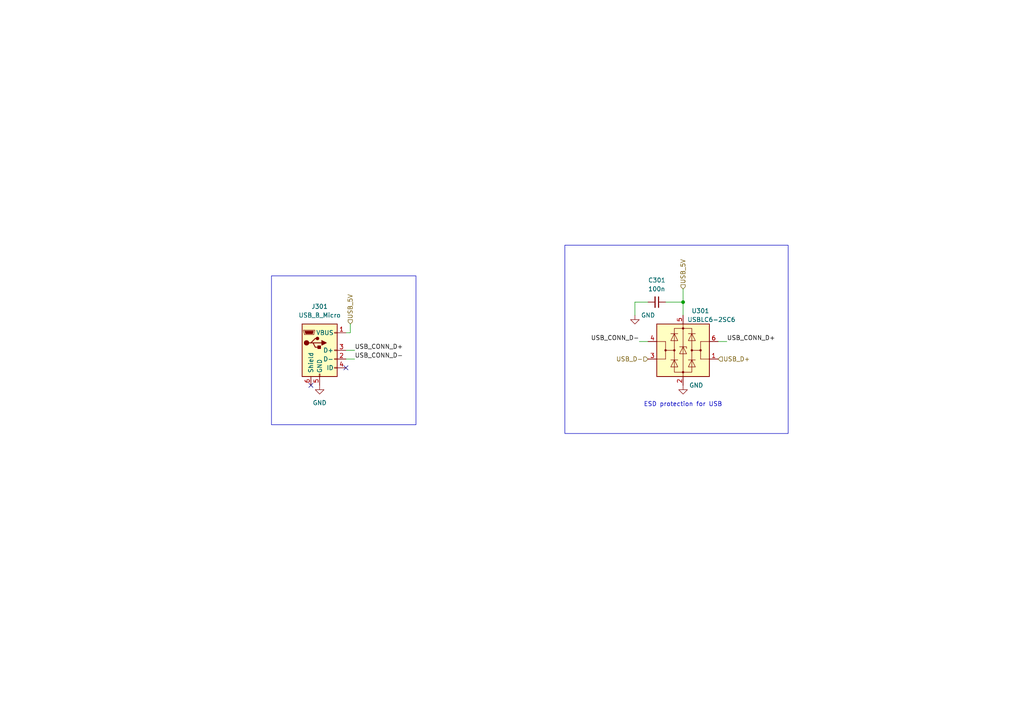
<source format=kicad_sch>
(kicad_sch (version 20231120) (generator "eeschema") (generator_version "8.0")
  (paper "A4")
  (lib_symbols
    (symbol "Connector:USB_B_Micro" (pin_names (offset 1.016))
      (property "Reference" "J" (at -5.08 11.43 0))
      (property "Value" "USB_B_Micro" (at -5.08 8.89 0))
      (symbol "USB_B_Micro_0_1"
        (rectangle (start -5.08 -7.62) (end 5.08 7.62) (stroke (width 0.254)) (fill (type background)))
        (circle (center -3.81 2.159) (radius 0.635) (stroke (width 0.254)) (fill (type outline)))
        (circle (center -0.635 3.429) (radius 0.381) (stroke (width 0.254)) (fill (type outline)))
        (rectangle (start -0.127 -7.62) (end 0.127 -6.858))
        (polyline (pts (xy -1.905 2.159) (xy 0.635 2.159)) (stroke (width 0.254)))
        (polyline (pts (xy -3.175 2.159) (xy -2.54 2.159) (xy -1.27 3.429) (xy -0.635 3.429)) (stroke (width 0.254)))
        (polyline (pts (xy -2.54 2.159) (xy -1.905 2.159) (xy -1.27 0.889) (xy 0 0.889)) (stroke (width 0.254)))
        (polyline (pts (xy 0.635 2.794) (xy 0.635 1.524) (xy 1.905 2.159) (xy 0.635 2.794)) (stroke (width 0.254)) (fill (type outline)))
        (polyline (pts (xy -4.318 5.588) (xy -1.778 5.588) (xy -2.032 4.826) (xy -4.064 4.826) (xy -4.318 5.588)) (fill (type outline)))
        (polyline (pts (xy -4.699 5.842) (xy -4.699 5.588) (xy -4.445 4.826) (xy -4.445 4.572) (xy -1.651 4.572) (xy -1.651 4.826) (xy -1.397 5.588) (xy -1.397 5.842) (xy -4.699 5.842)))
        (rectangle (start 0.254 1.27) (end -0.508 0.508) (stroke (width 0.254)) (fill (type outline)))
        (rectangle (start 5.08 -5.207) (end 4.318 -4.953))
        (rectangle (start 5.08 -2.667) (end 4.318 -2.413))
        (rectangle (start 5.08 -0.127) (end 4.318 0.127))
        (rectangle (start 5.08 4.953) (end 4.318 5.207))
      )
      (symbol "USB_B_Micro_1_1"
        (pin power_out line (at 7.62 5.08 180) (length 2.54) (name "VBUS") (number "1"))
        (pin bidirectional line (at 7.62 -2.54 180) (length 2.54) (name "D-") (number "2"))
        (pin bidirectional line (at 7.62 0 180) (length 2.54) (name "D+") (number "3"))
        (pin passive line (at 7.62 -5.08 180) (length 2.54) (name "ID") (number "4"))
        (pin power_out line (at 0 -10.16 90) (length 2.54) (name "GND") (number "5"))
        (pin passive line (at -2.54 -10.16 90) (length 2.54) (name "Shield") (number "6"))
      )
    )
    (symbol "Device:C_Small" (pin_numbers hide) (pin_names (offset 0.254) hide)
      (property "Reference" "C" (at 0.254 1.778 0))
      (property "Value" "C_Small" (at 0.254 -2.032 0))
      (symbol "C_Small_0_1"
        (polyline (pts (xy -1.524 -0.508) (xy 1.524 -0.508)) (stroke (width 0.3302)))
        (polyline (pts (xy -1.524 0.508) (xy 1.524 0.508)) (stroke (width 0.3048)))
      )
      (symbol "C_Small_1_1"
        (pin passive line (at 0 2.54 270) (length 2.032) (name "~") (number "1"))
        (pin passive line (at 0 -2.54 90) (length 2.032) (name "~") (number "2"))
      )
    )
    (symbol "Power_Protection:USBLC6-2SC6" (pin_names hide)
      (property "Reference" "U" (at 2.54 8.89 0))
      (property "Value" "USBLC6-2SC6" (at 2.54 -8.89 0))
      (symbol "USBLC6-2SC6_0_1"
        (rectangle (start -7.62 -7.62) (end 7.62 7.62) (stroke (width 0.254)) (fill (type background)))
        (circle (center -5.08 0) (radius 0.254) (fill (type outline)))
        (circle (center -2.54 0) (radius 0.254) (fill (type outline)))
        (rectangle (start -2.54 6.35) (end 2.54 -6.35))
        (circle (center 0 -6.35) (radius 0.254) (fill (type outline)))
        (polyline (pts (xy -5.08 -2.54) (xy -7.62 -2.54)))
        (polyline (pts (xy -5.08 0) (xy -5.08 -2.54)))
        (polyline (pts (xy -5.08 2.54) (xy -7.62 2.54)))
        (polyline (pts (xy -1.524 -2.794) (xy -3.556 -2.794)))
        (polyline (pts (xy -1.524 4.826) (xy -3.556 4.826)))
        (polyline (pts (xy 0 -7.62) (xy 0 -6.35)))
        (polyline (pts (xy 0 -6.35) (xy 0 1.27)))
        (polyline (pts (xy 0 1.27) (xy 0 6.35)))
        (polyline (pts (xy 0 6.35) (xy 0 7.62)))
        (polyline (pts (xy 1.524 -2.794) (xy 3.556 -2.794)))
        (polyline (pts (xy 1.524 4.826) (xy 3.556 4.826)))
        (polyline (pts (xy 5.08 -2.54) (xy 7.62 -2.54)))
        (polyline (pts (xy 5.08 0) (xy 5.08 -2.54)))
        (polyline (pts (xy 5.08 2.54) (xy 7.62 2.54)))
        (polyline (pts (xy -2.54 0) (xy -5.08 0) (xy -5.08 2.54)))
        (polyline (pts (xy 2.54 0) (xy 5.08 0) (xy 5.08 2.54)))
        (polyline (pts (xy -3.556 -4.826) (xy -1.524 -4.826) (xy -2.54 -2.794) (xy -3.556 -4.826)))
        (polyline (pts (xy -3.556 2.794) (xy -1.524 2.794) (xy -2.54 4.826) (xy -3.556 2.794)))
        (polyline (pts (xy -1.016 -1.016) (xy 1.016 -1.016) (xy 0 1.016) (xy -1.016 -1.016)))
        (polyline (pts (xy 1.016 1.016) (xy 0.762 1.016) (xy -1.016 1.016) (xy -1.016 0.508)))
        (polyline (pts (xy 3.556 -4.826) (xy 1.524 -4.826) (xy 2.54 -2.794) (xy 3.556 -4.826)))
        (polyline (pts (xy 3.556 2.794) (xy 1.524 2.794) (xy 2.54 4.826) (xy 3.556 2.794)))
        (circle (center 0 6.35) (radius 0.254) (fill (type outline)))
        (circle (center 2.54 0) (radius 0.254) (fill (type outline)))
        (circle (center 5.08 0) (radius 0.254) (fill (type outline)))
      )
      (symbol "USBLC6-2SC6_1_1"
        (pin passive line (at -10.16 -2.54 0) (length 2.54) (name "I/O1") (number "1"))
        (pin passive line (at 0 -10.16 90) (length 2.54) (name "GND") (number "2"))
        (pin passive line (at 10.16 -2.54 180) (length 2.54) (name "I/O2") (number "3"))
        (pin passive line (at 10.16 2.54 180) (length 2.54) (name "I/O2") (number "4"))
        (pin passive line (at 0 10.16 270) (length 2.54) (name "VBUS") (number "5"))
        (pin passive line (at -10.16 2.54 0) (length 2.54) (name "I/O1") (number "6"))
      )
    )
    (symbol "power:GND" (power) (pin_names (offset 0))
      (property "Value" "GND" (at 0 -3.81 0))
      (symbol "GND_0_1"
        (polyline (pts (xy 0 0) (xy 0 -1.27) (xy 1.27 -1.27) (xy 0 -2.54) (xy -1.27 -1.27) (xy 0 -1.27)))
      )
      (symbol "GND_1_1"
        (pin power_in line (at 0 0 270) (length 0) hide (name "GND") (number "1"))
      )
    )
  )
  (junction (at 198.12 87.63))
  (no_connect (at 100.33 106.68))
  (no_connect (at 90.17 111.76))
  (wire (pts (xy 198.12 87.63) (xy 198.12 91.44)))
  (wire (pts (xy 101.6 96.52) (xy 101.6 93.98)))
  (wire (pts (xy 184.15 87.63) (xy 184.15 91.44)))
  (wire (pts (xy 100.33 96.52) (xy 101.6 96.52)))
  (wire (pts (xy 208.28 99.06) (xy 210.82 99.06)))
  (wire (pts (xy 198.12 83.82) (xy 198.12 87.63)))
  (wire (pts (xy 185.42 99.06) (xy 187.96 99.06)))
  (wire (pts (xy 100.33 101.6) (xy 102.87 101.6)))
  (wire (pts (xy 193.04 87.63) (xy 198.12 87.63)))
  (wire (pts (xy 100.33 104.14) (xy 102.87 104.14)))
  (wire (pts (xy 187.96 87.63) (xy 184.15 87.63)))
  (rectangle (start 78.74 80.01) (end 120.65 123.19))
  (rectangle (start 163.83 71.12) (end 228.6 125.73))
  (text "ESD protection for USB" (at 186.69 118.11 0) (effects (font (size 1.27 1.27)) (justify left bottom)))
  (label "USB_CONN_D-" (at 185.42 99.06 180))
  (label "USB_CONN_D+" (at 210.82 99.06 0))
  (label "USB_CONN_D-" (at 102.87 104.14 0))
  (label "USB_CONN_D+" (at 102.87 101.6 0))
  (hierarchical_label "USB_5V" (shape input) (at 198.12 83.82 90))
  (hierarchical_label "USB_D+" (shape input) (at 208.28 104.14 0))
  (hierarchical_label "USB_D-" (shape input) (at 187.96 104.14 180))
  (hierarchical_label "USB_5V" (shape input) (at 101.6 93.98 90))
  (symbol (lib_id "power:GND") (at 92.71 111.76 0) (unit 1)
    (property "Reference" "#PWR0301" (effects (hide yes)))
    (property "Value" "GND" (at 92.71 116.84 0))
    (instances (project "ActiveImpactor_Control" (path "" (reference "#PWR0301") (unit 1))) (project "AccelerometerEval" (path "" (reference "#PWR01") (unit 1)) (path "" (reference "#PWR0401") (unit 1))))
  )
  (symbol (lib_id "Device:C_Small") (at 190.5 87.63 270) (mirror x) (unit 1)
    (property "Reference" "C301" (at 187.96 81.28 90) (effects (justify left)))
    (property "Value" "100n" (at 187.96 83.82 90) (effects (justify left)))
    (property "Footprint" "Capacitor_SMD:C_0402_1005Metric" (effects (hide yes)))
    (property "LCSC" "C1525" (effects (hide yes)))
    (instances (project "ActiveImpactor_Control" (path "" (reference "C301") (unit 1))) (project "AccelerometerEval" (path "" (reference "C?") (unit 1)) (path "" (reference "C401") (unit 1))))
  )
  (symbol (lib_id "power:GND") (at 184.15 91.44 0) (unit 1)
    (property "Reference" "#PWR0302" (effects (hide yes)))
    (property "Value" "GND" (at 187.96 91.44 0))
    (instances (project "ActiveImpactor_Control" (path "" (reference "#PWR0302") (unit 1))) (project "AccelerometerEval" (path "" (reference "#PWR043") (unit 1)) (path "" (reference "#PWR0404") (unit 1))))
  )
  (symbol (lib_id "Power_Protection:USBLC6-2SC6") (at 198.12 101.6 0) (mirror y) (unit 1)
    (property "Reference" "U301" (at 205.74 90.17 0) (effects (justify left)))
    (property "Value" "USBLC6-2SC6" (at 213.36 92.71 0) (effects (justify left)))
    (property "Footprint" "Package_TO_SOT_SMD:SOT-23-6" (effects (hide yes)))
    (property "Datasheet" "https://www.st.com/resource/en/datasheet/usblc6-2.pdf" (effects (hide yes)))
    (property "LCSC" "C2827654" (effects (hide yes)))
    (instances (project "ActiveImpactor_Control" (path "" (reference "U301") (unit 1))) (project "AccelerometerEval" (path "" (reference "U1") (unit 1)) (path "" (reference "U401") (unit 1))))
  )
  (symbol (lib_id "power:GND") (at 198.12 111.76 0) (unit 1)
    (property "Reference" "#PWR0303" (effects (hide yes)))
    (property "Value" "GND" (at 201.93 111.76 0))
    (instances (project "ActiveImpactor_Control" (path "" (reference "#PWR0303") (unit 1))) (project "AccelerometerEval" (path "" (reference "#PWR09") (unit 1)) (path "" (reference "#PWR0406") (unit 1))))
  )
  (symbol (lib_id "Connector:USB_B_Micro") (at 92.71 101.6 0) (unit 1)
    (property "Reference" "J301" (at 92.71 88.9 0))
    (property "Value" "USB_B_Micro" (at 92.71 91.44 0))
    (property "Footprint" "ActiveImpactor_Power:MicroXNJ" (effects (hide yes)))
    (property "LCSC" "C404969" (effects (hide yes)))
    (instances (project "ActiveImpactor_Control" (path "" (reference "J301") (unit 1))) (project "AccelerometerEval" (path "" (reference "J1") (unit 1)) (path "" (reference "J401") (unit 1))))
  )
)
</source>
